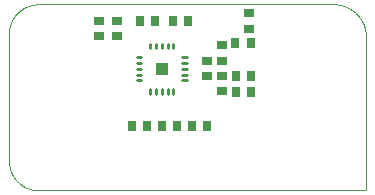
<source format=gtp>
G75*
%MOIN*%
%OFA0B0*%
%FSLAX25Y25*%
%IPPOS*%
%LPD*%
%AMOC8*
5,1,8,0,0,1.08239X$1,22.5*
%
%ADD10C,0.00000*%
%ADD11R,0.03543X0.02756*%
%ADD12R,0.02756X0.03543*%
%ADD13C,0.01155*%
%ADD14R,0.04200X0.04200*%
D10*
X0011350Y0008680D02*
X0120500Y0008680D01*
X0120500Y0059915D01*
X0120497Y0060175D01*
X0120487Y0060435D01*
X0120472Y0060695D01*
X0120450Y0060954D01*
X0120422Y0061212D01*
X0120387Y0061470D01*
X0120346Y0061727D01*
X0120299Y0061983D01*
X0120246Y0062238D01*
X0120187Y0062491D01*
X0120122Y0062743D01*
X0120051Y0062993D01*
X0119973Y0063241D01*
X0119890Y0063488D01*
X0119801Y0063732D01*
X0119705Y0063974D01*
X0119604Y0064214D01*
X0119498Y0064451D01*
X0119385Y0064686D01*
X0119267Y0064917D01*
X0119143Y0065146D01*
X0119014Y0065372D01*
X0118880Y0065595D01*
X0118740Y0065814D01*
X0118595Y0066030D01*
X0118444Y0066242D01*
X0118289Y0066450D01*
X0118128Y0066655D01*
X0117963Y0066856D01*
X0117793Y0067053D01*
X0117618Y0067245D01*
X0117439Y0067434D01*
X0117255Y0067618D01*
X0117066Y0067797D01*
X0116874Y0067972D01*
X0116677Y0068142D01*
X0116476Y0068307D01*
X0116271Y0068468D01*
X0116063Y0068623D01*
X0115851Y0068774D01*
X0115635Y0068919D01*
X0115416Y0069059D01*
X0115193Y0069193D01*
X0114967Y0069322D01*
X0114738Y0069446D01*
X0114507Y0069564D01*
X0114272Y0069677D01*
X0114035Y0069783D01*
X0113795Y0069884D01*
X0113553Y0069980D01*
X0113309Y0070069D01*
X0113062Y0070152D01*
X0112814Y0070230D01*
X0112564Y0070301D01*
X0112312Y0070366D01*
X0112059Y0070425D01*
X0111804Y0070478D01*
X0111548Y0070525D01*
X0111291Y0070566D01*
X0111033Y0070601D01*
X0110775Y0070629D01*
X0110516Y0070651D01*
X0110256Y0070666D01*
X0109996Y0070676D01*
X0109736Y0070679D01*
X0109736Y0070680D02*
X0011312Y0070680D01*
X0011075Y0070677D01*
X0010838Y0070669D01*
X0010601Y0070654D01*
X0010365Y0070634D01*
X0010129Y0070608D01*
X0009894Y0070577D01*
X0009660Y0070540D01*
X0009427Y0070497D01*
X0009195Y0070449D01*
X0008964Y0070395D01*
X0008734Y0070335D01*
X0008506Y0070270D01*
X0008280Y0070200D01*
X0008055Y0070124D01*
X0007833Y0070042D01*
X0007612Y0069956D01*
X0007393Y0069864D01*
X0007177Y0069766D01*
X0006963Y0069664D01*
X0006752Y0069556D01*
X0006544Y0069443D01*
X0006338Y0069326D01*
X0006135Y0069203D01*
X0005935Y0069075D01*
X0005738Y0068943D01*
X0005545Y0068806D01*
X0005355Y0068664D01*
X0005168Y0068518D01*
X0004985Y0068367D01*
X0004805Y0068212D01*
X0004630Y0068053D01*
X0004458Y0067889D01*
X0004291Y0067722D01*
X0004127Y0067550D01*
X0003968Y0067375D01*
X0003813Y0067195D01*
X0003662Y0067012D01*
X0003516Y0066825D01*
X0003374Y0066635D01*
X0003237Y0066442D01*
X0003105Y0066245D01*
X0002977Y0066045D01*
X0002854Y0065842D01*
X0002737Y0065636D01*
X0002624Y0065428D01*
X0002516Y0065217D01*
X0002414Y0065003D01*
X0002316Y0064787D01*
X0002224Y0064568D01*
X0002138Y0064347D01*
X0002056Y0064125D01*
X0001980Y0063900D01*
X0001910Y0063674D01*
X0001845Y0063446D01*
X0001785Y0063216D01*
X0001731Y0062985D01*
X0001683Y0062753D01*
X0001640Y0062520D01*
X0001603Y0062286D01*
X0001572Y0062051D01*
X0001546Y0061815D01*
X0001526Y0061579D01*
X0001511Y0061342D01*
X0001503Y0061105D01*
X0001500Y0060868D01*
X0001500Y0018530D01*
X0001503Y0018292D01*
X0001512Y0018054D01*
X0001526Y0017817D01*
X0001546Y0017579D01*
X0001572Y0017343D01*
X0001603Y0017107D01*
X0001641Y0016872D01*
X0001684Y0016638D01*
X0001732Y0016405D01*
X0001786Y0016173D01*
X0001846Y0015942D01*
X0001911Y0015713D01*
X0001982Y0015486D01*
X0002058Y0015261D01*
X0002140Y0015037D01*
X0002227Y0014816D01*
X0002320Y0014596D01*
X0002417Y0014379D01*
X0002520Y0014165D01*
X0002628Y0013952D01*
X0002741Y0013743D01*
X0002860Y0013536D01*
X0002983Y0013333D01*
X0003111Y0013132D01*
X0003244Y0012935D01*
X0003381Y0012740D01*
X0003523Y0012549D01*
X0003670Y0012362D01*
X0003821Y0012178D01*
X0003977Y0011998D01*
X0004137Y0011822D01*
X0004301Y0011650D01*
X0004470Y0011481D01*
X0004642Y0011317D01*
X0004818Y0011157D01*
X0004998Y0011001D01*
X0005182Y0010850D01*
X0005369Y0010703D01*
X0005560Y0010561D01*
X0005755Y0010424D01*
X0005952Y0010291D01*
X0006153Y0010163D01*
X0006356Y0010040D01*
X0006563Y0009921D01*
X0006772Y0009808D01*
X0006985Y0009700D01*
X0007199Y0009597D01*
X0007416Y0009500D01*
X0007636Y0009407D01*
X0007857Y0009320D01*
X0008081Y0009238D01*
X0008306Y0009162D01*
X0008533Y0009091D01*
X0008762Y0009026D01*
X0008993Y0008966D01*
X0009225Y0008912D01*
X0009458Y0008864D01*
X0009692Y0008821D01*
X0009927Y0008783D01*
X0010163Y0008752D01*
X0010399Y0008726D01*
X0010637Y0008706D01*
X0010874Y0008692D01*
X0011112Y0008683D01*
X0011350Y0008680D01*
D11*
X0072431Y0041661D03*
X0072431Y0046779D03*
X0067431Y0046661D03*
X0067431Y0051779D03*
X0072460Y0051951D03*
X0072460Y0057069D03*
X0081531Y0062561D03*
X0081531Y0067679D03*
X0037500Y0065239D03*
X0031500Y0065239D03*
X0031500Y0060121D03*
X0037500Y0060121D03*
D12*
X0045210Y0065040D03*
X0050328Y0065040D03*
X0056210Y0065040D03*
X0061328Y0065040D03*
X0076972Y0057720D03*
X0082090Y0057720D03*
X0082319Y0046810D03*
X0077201Y0046810D03*
X0077201Y0041610D03*
X0082319Y0041610D03*
X0067490Y0030220D03*
X0062372Y0030220D03*
X0057490Y0030220D03*
X0052372Y0030220D03*
X0047490Y0030220D03*
X0042372Y0030220D03*
D13*
X0048548Y0040867D02*
X0048548Y0042413D01*
X0048548Y0042413D01*
X0048548Y0040867D01*
X0048548Y0040867D01*
X0048548Y0042021D02*
X0048548Y0042021D01*
X0050489Y0042413D02*
X0050489Y0040867D01*
X0050489Y0042413D02*
X0050489Y0042413D01*
X0050489Y0040867D01*
X0050489Y0040867D01*
X0050489Y0042021D02*
X0050489Y0042021D01*
X0052431Y0042413D02*
X0052431Y0040867D01*
X0052431Y0042413D02*
X0052431Y0042413D01*
X0052431Y0040867D01*
X0052431Y0040867D01*
X0052431Y0042021D02*
X0052431Y0042021D01*
X0054372Y0042413D02*
X0054372Y0040867D01*
X0054372Y0040867D01*
X0054372Y0042413D01*
X0054372Y0042413D01*
X0054372Y0042021D02*
X0054372Y0042021D01*
X0056314Y0042413D02*
X0056314Y0040867D01*
X0056314Y0040867D01*
X0056314Y0042413D01*
X0056314Y0042413D01*
X0056314Y0042021D02*
X0056314Y0042021D01*
X0059238Y0045337D02*
X0060784Y0045337D01*
X0060784Y0045337D01*
X0059238Y0045337D01*
X0059238Y0045337D01*
X0059238Y0047279D02*
X0060784Y0047279D01*
X0060784Y0047279D01*
X0059238Y0047279D01*
X0059238Y0047279D01*
X0059238Y0049220D02*
X0060784Y0049220D01*
X0059238Y0049220D02*
X0059238Y0049220D01*
X0060784Y0049220D01*
X0060784Y0049220D01*
X0060784Y0051161D02*
X0059238Y0051161D01*
X0059238Y0051161D01*
X0060784Y0051161D01*
X0060784Y0051161D01*
X0060784Y0053103D02*
X0059238Y0053103D01*
X0059238Y0053103D01*
X0060784Y0053103D01*
X0060784Y0053103D01*
X0056314Y0056027D02*
X0056314Y0057573D01*
X0056314Y0056027D02*
X0056314Y0056027D01*
X0056314Y0057573D01*
X0056314Y0057573D01*
X0056314Y0057181D02*
X0056314Y0057181D01*
X0054372Y0057573D02*
X0054372Y0056027D01*
X0054372Y0057573D02*
X0054372Y0057573D01*
X0054372Y0056027D01*
X0054372Y0056027D01*
X0054372Y0057181D02*
X0054372Y0057181D01*
X0052431Y0057573D02*
X0052431Y0056027D01*
X0052431Y0056027D01*
X0052431Y0057573D01*
X0052431Y0057573D01*
X0052431Y0057181D02*
X0052431Y0057181D01*
X0050489Y0057573D02*
X0050489Y0056027D01*
X0050489Y0056027D01*
X0050489Y0057573D01*
X0050489Y0057573D01*
X0050489Y0057181D02*
X0050489Y0057181D01*
X0048548Y0057573D02*
X0048548Y0056027D01*
X0048548Y0056027D01*
X0048548Y0057573D01*
X0048548Y0057573D01*
X0048548Y0057181D02*
X0048548Y0057181D01*
X0045623Y0053103D02*
X0044077Y0053103D01*
X0044077Y0053103D01*
X0045623Y0053103D01*
X0045623Y0053103D01*
X0045623Y0051161D02*
X0044077Y0051161D01*
X0044077Y0051161D01*
X0045623Y0051161D01*
X0045623Y0051161D01*
X0045623Y0049220D02*
X0044077Y0049220D01*
X0044077Y0049220D01*
X0045623Y0049220D01*
X0045623Y0049220D01*
X0045623Y0047279D02*
X0044077Y0047279D01*
X0044077Y0047279D01*
X0045623Y0047279D01*
X0045623Y0047279D01*
X0045623Y0045337D02*
X0044077Y0045337D01*
X0045623Y0045337D02*
X0045623Y0045337D01*
X0044077Y0045337D01*
X0044077Y0045337D01*
D14*
X0052431Y0049220D03*
M02*

</source>
